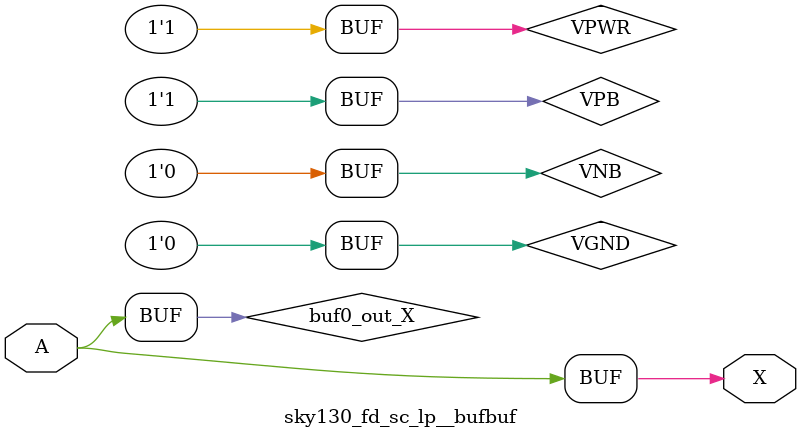
<source format=v>
/*
 * Copyright 2020 The SkyWater PDK Authors
 *
 * Licensed under the Apache License, Version 2.0 (the "License");
 * you may not use this file except in compliance with the License.
 * You may obtain a copy of the License at
 *
 *     https://www.apache.org/licenses/LICENSE-2.0
 *
 * Unless required by applicable law or agreed to in writing, software
 * distributed under the License is distributed on an "AS IS" BASIS,
 * WITHOUT WARRANTIES OR CONDITIONS OF ANY KIND, either express or implied.
 * See the License for the specific language governing permissions and
 * limitations under the License.
 *
 * SPDX-License-Identifier: Apache-2.0
*/


`ifndef SKY130_FD_SC_LP__BUFBUF_TIMING_V
`define SKY130_FD_SC_LP__BUFBUF_TIMING_V

/**
 * bufbuf: Double buffer.
 *
 * Verilog simulation timing model.
 */

`timescale 1ns / 1ps
`default_nettype none

`celldefine
module sky130_fd_sc_lp__bufbuf (
    X,
    A
);

    // Module ports
    output X;
    input  A;

    // Module supplies
    supply1 VPWR;
    supply0 VGND;
    supply1 VPB ;
    supply0 VNB ;

    // Local signals
    wire buf0_out_X;

    //  Name  Output      Other arguments
    buf buf0 (buf0_out_X, A              );
    buf buf1 (X         , buf0_out_X     );

endmodule
`endcelldefine

`default_nettype wire
`endif  // SKY130_FD_SC_LP__BUFBUF_TIMING_V

</source>
